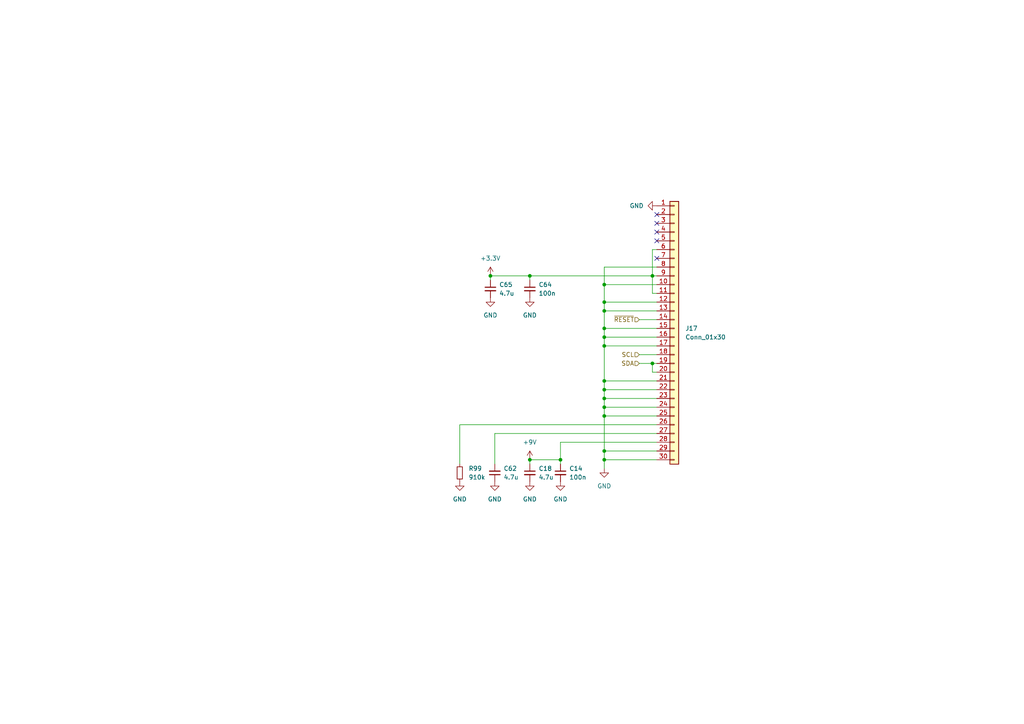
<source format=kicad_sch>
(kicad_sch (version 20231120) (generator "eeschema") (generator_version "8.0")
  (paper "A4")
  (lib_symbols
    (symbol "Connector_Generic:Conn_01x30" (pin_names (offset 1.016) hide)
      (property "Reference" "J" (at 0 38.1 0))
      (property "Value" "Conn_01x30" (at 0 -40.64 0))
      (symbol "Conn_01x30_1_1"
        (rectangle (start -1.27 -37.973) (end 0 -38.227) (stroke (width 0.1524)))
        (rectangle (start -1.27 -35.433) (end 0 -35.687) (stroke (width 0.1524)))
        (rectangle (start -1.27 -32.893) (end 0 -33.147) (stroke (width 0.1524)))
        (rectangle (start -1.27 -30.353) (end 0 -30.607) (stroke (width 0.1524)))
        (rectangle (start -1.27 -27.813) (end 0 -28.067) (stroke (width 0.1524)))
        (rectangle (start -1.27 -25.273) (end 0 -25.527) (stroke (width 0.1524)))
        (rectangle (start -1.27 -22.733) (end 0 -22.987) (stroke (width 0.1524)))
        (rectangle (start -1.27 -20.193) (end 0 -20.447) (stroke (width 0.1524)))
        (rectangle (start -1.27 -17.653) (end 0 -17.907) (stroke (width 0.1524)))
        (rectangle (start -1.27 -15.113) (end 0 -15.367) (stroke (width 0.1524)))
        (rectangle (start -1.27 -12.573) (end 0 -12.827) (stroke (width 0.1524)))
        (rectangle (start -1.27 -10.033) (end 0 -10.287) (stroke (width 0.1524)))
        (rectangle (start -1.27 -7.493) (end 0 -7.747) (stroke (width 0.1524)))
        (rectangle (start -1.27 -4.953) (end 0 -5.207) (stroke (width 0.1524)))
        (rectangle (start -1.27 -2.413) (end 0 -2.667) (stroke (width 0.1524)))
        (rectangle (start -1.27 0.127) (end 0 -0.127) (stroke (width 0.1524)))
        (rectangle (start -1.27 2.667) (end 0 2.413) (stroke (width 0.1524)))
        (rectangle (start -1.27 5.207) (end 0 4.953) (stroke (width 0.1524)))
        (rectangle (start -1.27 7.747) (end 0 7.493) (stroke (width 0.1524)))
        (rectangle (start -1.27 10.287) (end 0 10.033) (stroke (width 0.1524)))
        (rectangle (start -1.27 12.827) (end 0 12.573) (stroke (width 0.1524)))
        (rectangle (start -1.27 15.367) (end 0 15.113) (stroke (width 0.1524)))
        (rectangle (start -1.27 17.907) (end 0 17.653) (stroke (width 0.1524)))
        (rectangle (start -1.27 20.447) (end 0 20.193) (stroke (width 0.1524)))
        (rectangle (start -1.27 22.987) (end 0 22.733) (stroke (width 0.1524)))
        (rectangle (start -1.27 25.527) (end 0 25.273) (stroke (width 0.1524)))
        (rectangle (start -1.27 28.067) (end 0 27.813) (stroke (width 0.1524)))
        (rectangle (start -1.27 30.607) (end 0 30.353) (stroke (width 0.1524)))
        (rectangle (start -1.27 33.147) (end 0 32.893) (stroke (width 0.1524)))
        (rectangle (start -1.27 35.687) (end 0 35.433) (stroke (width 0.1524)))
        (rectangle (start -1.27 36.83) (end 1.27 -39.37) (stroke (width 0.254)) (fill (type background)))
        (pin passive line (at -5.08 35.56 0) (length 3.81) (name "Pin_1") (number "1"))
        (pin passive line (at -5.08 12.7 0) (length 3.81) (name "Pin_10") (number "10"))
        (pin passive line (at -5.08 10.16 0) (length 3.81) (name "Pin_11") (number "11"))
        (pin passive line (at -5.08 7.62 0) (length 3.81) (name "Pin_12") (number "12"))
        (pin passive line (at -5.08 5.08 0) (length 3.81) (name "Pin_13") (number "13"))
        (pin passive line (at -5.08 2.54 0) (length 3.81) (name "Pin_14") (number "14"))
        (pin passive line (at -5.08 0 0) (length 3.81) (name "Pin_15") (number "15"))
        (pin passive line (at -5.08 -2.54 0) (length 3.81) (name "Pin_16") (number "16"))
        (pin passive line (at -5.08 -5.08 0) (length 3.81) (name "Pin_17") (number "17"))
        (pin passive line (at -5.08 -7.62 0) (length 3.81) (name "Pin_18") (number "18"))
        (pin passive line (at -5.08 -10.16 0) (length 3.81) (name "Pin_19") (number "19"))
        (pin passive line (at -5.08 33.02 0) (length 3.81) (name "Pin_2") (number "2"))
        (pin passive line (at -5.08 -12.7 0) (length 3.81) (name "Pin_20") (number "20"))
        (pin passive line (at -5.08 -15.24 0) (length 3.81) (name "Pin_21") (number "21"))
        (pin passive line (at -5.08 -17.78 0) (length 3.81) (name "Pin_22") (number "22"))
        (pin passive line (at -5.08 -20.32 0) (length 3.81) (name "Pin_23") (number "23"))
        (pin passive line (at -5.08 -22.86 0) (length 3.81) (name "Pin_24") (number "24"))
        (pin passive line (at -5.08 -25.4 0) (length 3.81) (name "Pin_25") (number "25"))
        (pin passive line (at -5.08 -27.94 0) (length 3.81) (name "Pin_26") (number "26"))
        (pin passive line (at -5.08 -30.48 0) (length 3.81) (name "Pin_27") (number "27"))
        (pin passive line (at -5.08 -33.02 0) (length 3.81) (name "Pin_28") (number "28"))
        (pin passive line (at -5.08 -35.56 0) (length 3.81) (name "Pin_29") (number "29"))
        (pin passive line (at -5.08 30.48 0) (length 3.81) (name "Pin_3") (number "3"))
        (pin passive line (at -5.08 -38.1 0) (length 3.81) (name "Pin_30") (number "30"))
        (pin passive line (at -5.08 27.94 0) (length 3.81) (name "Pin_4") (number "4"))
        (pin passive line (at -5.08 25.4 0) (length 3.81) (name "Pin_5") (number "5"))
        (pin passive line (at -5.08 22.86 0) (length 3.81) (name "Pin_6") (number "6"))
        (pin passive line (at -5.08 20.32 0) (length 3.81) (name "Pin_7") (number "7"))
        (pin passive line (at -5.08 17.78 0) (length 3.81) (name "Pin_8") (number "8"))
        (pin passive line (at -5.08 15.24 0) (length 3.81) (name "Pin_9") (number "9"))
      )
    )
    (symbol "Device:C_Small" (pin_numbers hide) (pin_names (offset 0.254) hide)
      (property "Reference" "C" (at 0.254 1.778 0))
      (property "Value" "C_Small" (at 0.254 -2.032 0))
      (symbol "C_Small_0_1"
        (polyline (pts (xy -1.524 -0.508) (xy 1.524 -0.508)) (stroke (width 0.3302)))
        (polyline (pts (xy -1.524 0.508) (xy 1.524 0.508)) (stroke (width 0.3048)))
      )
      (symbol "C_Small_1_1"
        (pin passive line (at 0 2.54 270) (length 2.032) (name "~") (number "1"))
        (pin passive line (at 0 -2.54 90) (length 2.032) (name "~") (number "2"))
      )
    )
    (symbol "Device:R_Small" (pin_numbers hide) (pin_names (offset 0.254) hide)
      (property "Reference" "R" (at 0.762 0.508 0))
      (property "Value" "R_Small" (at 0.762 -1.016 0))
      (symbol "R_Small_0_1"
        (rectangle (start -0.762 1.778) (end 0.762 -1.778) (stroke (width 0.2032)))
      )
      (symbol "R_Small_1_1"
        (pin passive line (at 0 2.54 270) (length 0.762) (name "~") (number "1"))
        (pin passive line (at 0 -2.54 90) (length 0.762) (name "~") (number "2"))
      )
    )
    (symbol "power:+3.3V" (power) (pin_names (offset 0))
      (property "Value" "+3.3V" (at 0 3.556 0))
      (symbol "+3.3V_0_1"
        (polyline (pts (xy -0.762 1.27) (xy 0 2.54)))
        (polyline (pts (xy 0 0) (xy 0 2.54)))
        (polyline (pts (xy 0 2.54) (xy 0.762 1.27)))
      )
      (symbol "+3.3V_1_1"
        (pin power_in line (at 0 0 90) (length 0) hide (name "+3.3V") (number "1"))
      )
    )
    (symbol "power:+9V" (power) (pin_names (offset 0))
      (property "Value" "+9V" (at 0 3.556 0))
      (symbol "+9V_0_1"
        (polyline (pts (xy -0.762 1.27) (xy 0 2.54)))
        (polyline (pts (xy 0 0) (xy 0 2.54)))
        (polyline (pts (xy 0 2.54) (xy 0.762 1.27)))
      )
      (symbol "+9V_1_1"
        (pin power_in line (at 0 0 90) (length 0) hide (name "+9V") (number "1"))
      )
    )
    (symbol "power:GND" (power) (pin_names (offset 0))
      (property "Value" "GND" (at 0 -3.81 0))
      (symbol "GND_0_1"
        (polyline (pts (xy 0 0) (xy 0 -1.27) (xy 1.27 -1.27) (xy 0 -2.54) (xy -1.27 -1.27) (xy 0 -1.27)))
      )
      (symbol "GND_1_1"
        (pin power_in line (at 0 0 270) (length 0) hide (name "GND") (number "1"))
      )
    )
  )
  (junction (at 175.26 110.49))
  (junction (at 162.56 133.35))
  (junction (at 175.26 120.65))
  (junction (at 175.26 87.63))
  (junction (at 175.26 115.57))
  (junction (at 189.23 105.41))
  (junction (at 175.26 97.79))
  (junction (at 175.26 100.33))
  (junction (at 153.67 80.01))
  (junction (at 142.24 80.01))
  (junction (at 175.26 130.81))
  (junction (at 189.23 80.01))
  (junction (at 175.26 133.35))
  (junction (at 153.67 133.35))
  (junction (at 175.26 82.55))
  (junction (at 175.26 95.25))
  (junction (at 175.26 90.17))
  (junction (at 175.26 118.11))
  (junction (at 175.26 113.03))
  (no_connect (at 190.5 64.77))
  (no_connect (at 190.5 62.23))
  (no_connect (at 190.5 67.31))
  (no_connect (at 190.5 69.85))
  (no_connect (at 190.5 74.93))
  (wire (pts (xy 190.5 85.09) (xy 189.23 85.09)))
  (wire (pts (xy 190.5 72.39) (xy 189.23 72.39)))
  (wire (pts (xy 133.35 123.19) (xy 133.35 134.62)))
  (wire (pts (xy 189.23 105.41) (xy 189.23 107.95)))
  (wire (pts (xy 175.26 130.81) (xy 190.5 130.81)))
  (wire (pts (xy 175.26 120.65) (xy 175.26 130.81)))
  (wire (pts (xy 189.23 80.01) (xy 190.5 80.01)))
  (wire (pts (xy 175.26 120.65) (xy 190.5 120.65)))
  (wire (pts (xy 175.26 133.35) (xy 175.26 135.89)))
  (wire (pts (xy 175.26 95.25) (xy 190.5 95.25)))
  (wire (pts (xy 142.24 80.01) (xy 153.67 80.01)))
  (wire (pts (xy 175.26 82.55) (xy 175.26 87.63)))
  (wire (pts (xy 175.26 110.49) (xy 190.5 110.49)))
  (wire (pts (xy 175.26 130.81) (xy 175.26 133.35)))
  (wire (pts (xy 143.51 125.73) (xy 143.51 134.62)))
  (wire (pts (xy 175.26 87.63) (xy 175.26 90.17)))
  (wire (pts (xy 153.67 80.01) (xy 189.23 80.01)))
  (wire (pts (xy 153.67 133.35) (xy 162.56 133.35)))
  (wire (pts (xy 175.26 118.11) (xy 190.5 118.11)))
  (wire (pts (xy 175.26 77.47) (xy 175.26 82.55)))
  (wire (pts (xy 185.42 105.41) (xy 189.23 105.41)))
  (wire (pts (xy 175.26 95.25) (xy 175.26 97.79)))
  (wire (pts (xy 175.26 97.79) (xy 190.5 97.79)))
  (wire (pts (xy 175.26 115.57) (xy 190.5 115.57)))
  (wire (pts (xy 153.67 80.01) (xy 153.67 81.28)))
  (wire (pts (xy 175.26 87.63) (xy 190.5 87.63)))
  (wire (pts (xy 142.24 81.28) (xy 142.24 80.01)))
  (wire (pts (xy 189.23 72.39) (xy 189.23 80.01)))
  (wire (pts (xy 175.26 90.17) (xy 175.26 95.25)))
  (wire (pts (xy 175.26 133.35) (xy 190.5 133.35)))
  (wire (pts (xy 133.35 123.19) (xy 190.5 123.19)))
  (wire (pts (xy 189.23 107.95) (xy 190.5 107.95)))
  (wire (pts (xy 189.23 80.01) (xy 189.23 85.09)))
  (wire (pts (xy 143.51 125.73) (xy 190.5 125.73)))
  (wire (pts (xy 175.26 113.03) (xy 190.5 113.03)))
  (wire (pts (xy 175.26 113.03) (xy 175.26 115.57)))
  (wire (pts (xy 185.42 102.87) (xy 190.5 102.87)))
  (wire (pts (xy 175.26 118.11) (xy 175.26 120.65)))
  (wire (pts (xy 175.26 100.33) (xy 175.26 110.49)))
  (wire (pts (xy 175.26 97.79) (xy 175.26 100.33)))
  (wire (pts (xy 162.56 128.27) (xy 162.56 133.35)))
  (wire (pts (xy 175.26 115.57) (xy 175.26 118.11)))
  (wire (pts (xy 190.5 82.55) (xy 175.26 82.55)))
  (wire (pts (xy 189.23 105.41) (xy 190.5 105.41)))
  (wire (pts (xy 185.42 92.71) (xy 190.5 92.71)))
  (wire (pts (xy 190.5 77.47) (xy 175.26 77.47)))
  (wire (pts (xy 175.26 90.17) (xy 190.5 90.17)))
  (wire (pts (xy 190.5 128.27) (xy 162.56 128.27)))
  (wire (pts (xy 175.26 110.49) (xy 175.26 113.03)))
  (wire (pts (xy 175.26 100.33) (xy 190.5 100.33)))
  (wire (pts (xy 153.67 133.35) (xy 153.67 134.62)))
  (wire (pts (xy 162.56 133.35) (xy 162.56 134.62)))
  (hierarchical_label "~{RESET}" (shape input) (at 185.42 92.71 180))
  (hierarchical_label "SDA" (shape input) (at 185.42 105.41 180))
  (hierarchical_label "SCL" (shape input) (at 185.42 102.87 180))
  (symbol (lib_id "power:+9V") (at 153.67 133.35 0) (unit 1)
    (property "Reference" "#PWR0120" (effects (hide yes)))
    (property "Value" "+9V" (at 153.67 128.27 0))
  )
  (symbol (lib_id "power:GND") (at 133.35 139.7 0) (unit 1)
    (property "Reference" "#PWR0122" (effects (hide yes)))
    (property "Value" "GND" (at 133.35 144.78 0))
  )
  (symbol (lib_id "power:GND") (at 142.24 86.36 0) (unit 1)
    (property "Reference" "#PWR0114" (effects (hide yes)))
    (property "Value" "GND" (at 142.24 91.44 0))
  )
  (symbol (lib_id "Connector_Generic:Conn_01x30") (at 195.58 95.25 0) (unit 1)
    (property "Reference" "J17" (at 198.755 95.25 0) (effects (justify left)))
    (property "Value" "Conn_01x30" (at 198.755 97.79 0) (effects (justify left)))
    (property "Footprint" "Display:OLED-128O064D" (effects (hide yes)))
    (property "LCSC" "C2890596" (effects (hide yes)))
  )
  (symbol (lib_id "Device:C_Small") (at 153.67 137.16 0) (unit 1)
    (property "Reference" "C18" (at 156.21 135.8963 0) (effects (justify left)))
    (property "Value" "4.7u" (at 156.21 138.4363 0) (effects (justify left)))
    (property "Notes" "16V X7R" (effects (hide yes)))
  )
  (symbol (lib_id "power:GND") (at 190.5 59.69 270) (unit 1)
    (property "Reference" "#PWR097" (effects (hide yes)))
    (property "Value" "GND" (at 186.69 59.69 90) (effects (justify right)))
  )
  (symbol (lib_id "Device:C_Small") (at 142.24 83.82 0) (unit 1)
    (property "Reference" "C65" (at 144.78 82.5563 0) (effects (justify left)))
    (property "Value" "4.7u" (at 144.78 85.0963 0) (effects (justify left)))
  )
  (symbol (lib_id "power:GND") (at 175.26 135.89 0) (unit 1)
    (property "Reference" "#PWR0112" (effects (hide yes)))
    (property "Value" "GND" (at 175.26 140.97 0))
  )
  (symbol (lib_id "power:GND") (at 162.56 139.7 0) (unit 1)
    (property "Reference" "#PWR095" (effects (hide yes)))
    (property "Value" "GND" (at 162.56 144.78 0))
  )
  (symbol (lib_id "power:GND") (at 153.67 86.36 0) (unit 1)
    (property "Reference" "#PWR0113" (effects (hide yes)))
    (property "Value" "GND" (at 153.67 91.44 0))
  )
  (symbol (lib_id "Device:C_Small") (at 153.67 83.82 0) (unit 1)
    (property "Reference" "C64" (at 156.21 82.5563 0) (effects (justify left)))
    (property "Value" "100n" (at 156.21 85.0963 0) (effects (justify left)))
  )
  (symbol (lib_id "power:GND") (at 143.51 139.7 0) (unit 1)
    (property "Reference" "#PWR0121" (effects (hide yes)))
    (property "Value" "GND" (at 143.51 144.78 0))
  )
  (symbol (lib_id "Device:R_Small") (at 133.35 137.16 180) (unit 1)
    (property "Reference" "R99" (at 135.89 135.89 0) (effects (justify right)))
    (property "Value" "910k" (at 135.89 138.43 0) (effects (justify right)))
  )
  (symbol (lib_id "power:+3.3V") (at 142.24 80.01 0) (unit 1)
    (property "Reference" "#PWR0119" (effects (hide yes)))
    (property "Value" "+3.3V" (at 142.24 74.93 0))
  )
  (symbol (lib_id "Device:C_Small") (at 162.56 137.16 0) (unit 1)
    (property "Reference" "C14" (at 165.1 135.8963 0) (effects (justify left)))
    (property "Value" "100n" (at 165.1 138.4363 0) (effects (justify left)))
  )
  (symbol (lib_id "power:GND") (at 153.67 139.7 0) (unit 1)
    (property "Reference" "#PWR098" (effects (hide yes)))
    (property "Value" "GND" (at 153.67 144.78 0))
  )
  (symbol (lib_id "Device:C_Small") (at 143.51 137.16 180) (unit 1)
    (property "Reference" "C62" (at 146.05 135.8836 0) (effects (justify right)))
    (property "Value" "4.7u" (at 146.05 138.4236 0) (effects (justify right)))
    (property "Notes" "16V X7R" (effects (hide yes)))
  )
)
</source>
